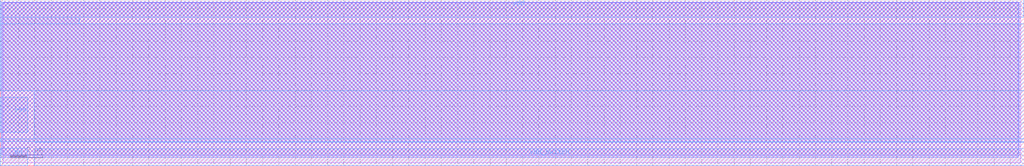
<source format=lef>
VERSION 5.7 ;
  NOWIREEXTENSIONATPIN ON ;
  DIVIDERCHAR "/" ;
  BUSBITCHARS "[]" ;
MACRO power_gate
  CLASS BLOCK ;
  FOREIGN power_gate ;
  ORIGIN 7.140 5.670 ;
  SIZE 62.980 BY 10.210 ;
  PIN vdd
    DIRECTION INOUT ;
    PORT
      LAYER met3 ;
        RECT -7.140 3.490 55.830 4.540 ;
    END
  END vdd
  PIN en
    DIRECTION INPUT ;
    PORT
      LAYER met3 ;
        RECT -7.130 -5.670 -5.440 -4.580 ;
    END
  END en
  PIN vss
    DIRECTION INOUT ;
    PORT
      LAYER met3 ;
        RECT -7.130 -3.610 -5.440 -1.460 ;
    END
  END vss
  PIN vdd_switch
    DIRECTION INOUT ;
    PORT
      LAYER met3 ;
        RECT -5.030 -5.670 55.840 -4.610 ;
    END
  END vdd_switch
  OBS
      LAYER li1 ;
        RECT -6.950 -5.465 55.645 4.360 ;
      LAYER met1 ;
        RECT -7.000 -5.015 55.550 4.390 ;
      LAYER met2 ;
        RECT -7.080 -5.150 55.490 4.410 ;
      LAYER met3 ;
        RECT -7.140 3.090 -2.270 3.490 ;
        RECT -7.140 -1.060 55.840 3.090 ;
        RECT -5.040 -4.010 55.840 -1.060 ;
        RECT -7.140 -4.180 55.840 -4.010 ;
        RECT -5.040 -4.210 55.840 -4.180 ;
  END
END power_gate
END LIBRARY


</source>
